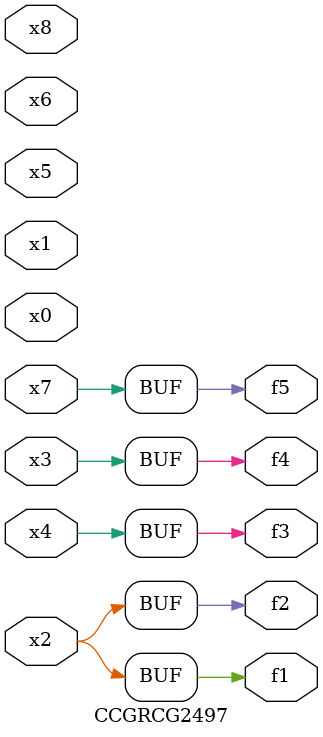
<source format=v>
module CCGRCG2497(
	input x0, x1, x2, x3, x4, x5, x6, x7, x8,
	output f1, f2, f3, f4, f5
);
	assign f1 = x2;
	assign f2 = x2;
	assign f3 = x4;
	assign f4 = x3;
	assign f5 = x7;
endmodule

</source>
